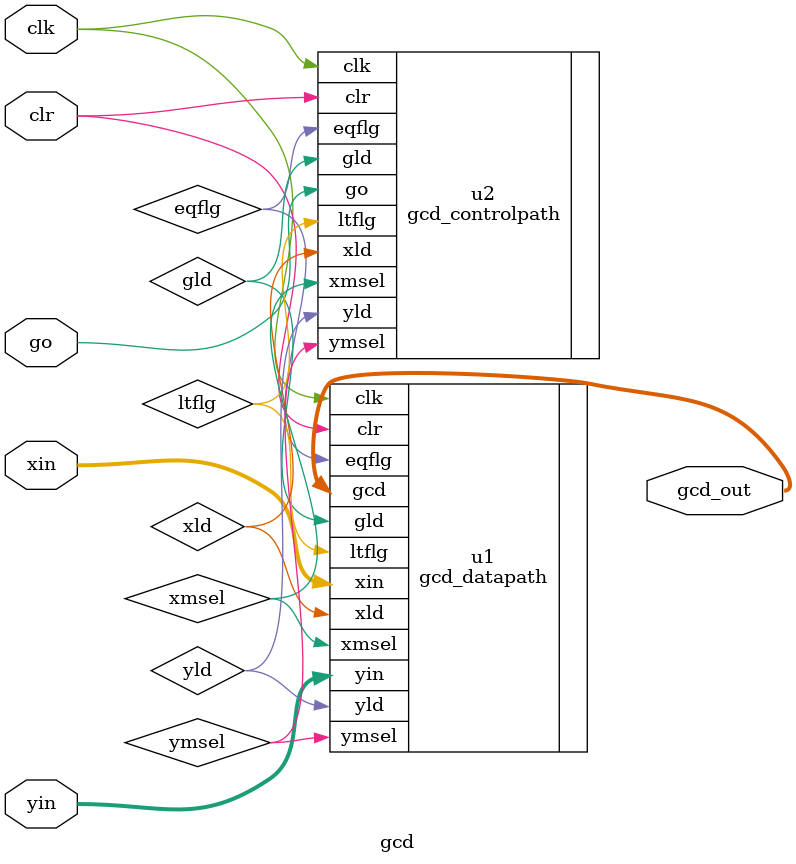
<source format=v>
`timescale 1ns / 1ps


module gcd(
input wire clk,
input wire clr,
input wire go,
input wire[3:0]xin,
input wire[3:0]yin,
output wire[3:0]gcd_out
    );
wire eqflg,ltflg,xmsel,ymsel;
wire xld,yld,gld;
gcd_datapath u1(.clk(clk),.clr(clr),.xmsel(xmsel),.ymsel(ymsel),.xld(xld),.yld(yld),.gld(gld),.xin(xin),.yin(yin),.gcd(gcd_out),.eqflg(eqflg),.ltflg(ltflg));
gcd_controlpath u2(.clk(clk),.clr(clr),.go(go),.eqflg(eqflg),.ltflg(ltflg),.xmsel(xmsel),.ymsel(ymsel),.xld(xld),.yld(yld),.gld(gld));
endmodule

</source>
